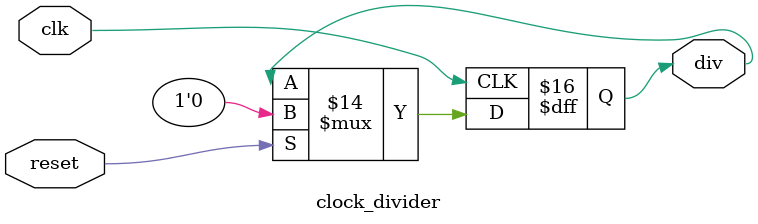
<source format=v>
module clock_divider(
  input clk,
  input reset,
  output reg div
);

  reg [24:0] count = 0;

  always @(posedge clk) begin
    if (reset) begin
      count <= 0;
      div <= 0;
    end else begin
      count <= count + 1;
      if (count == 50000000) begin
        count <= 0;
        div <= ~div;
      end
    end
  end

endmodule
</source>
